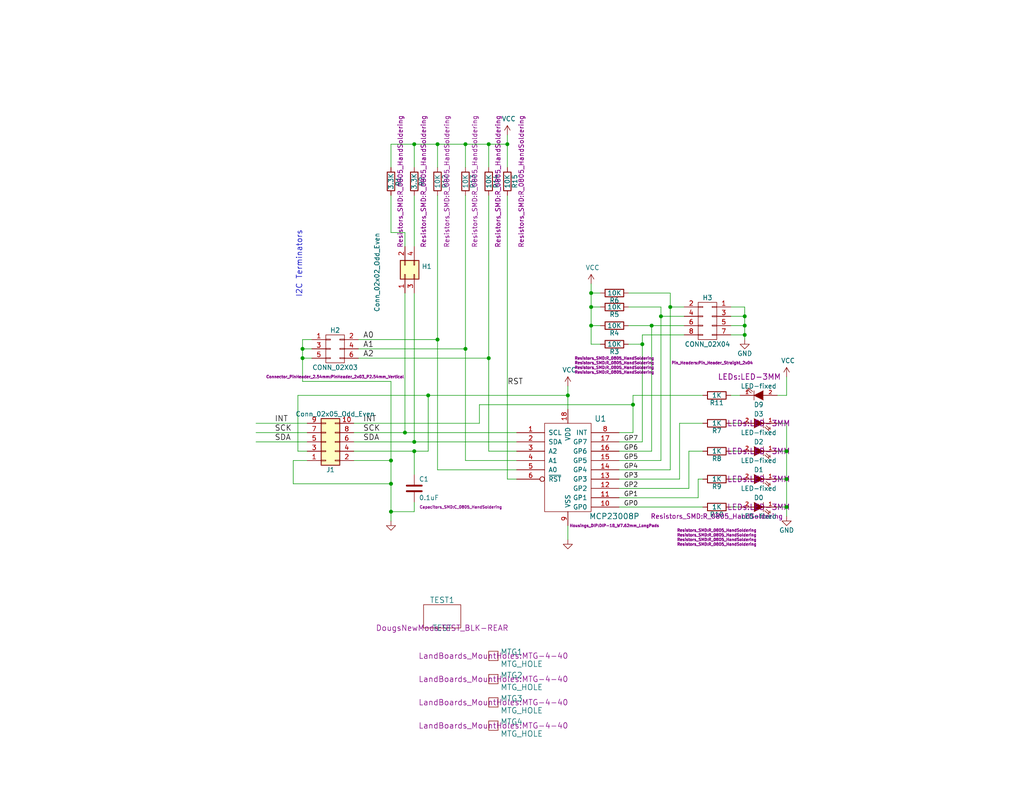
<source format=kicad_sch>
(kicad_sch (version 20211123) (generator eeschema)
  (paper "A")
  (title_block (title "8-Bit I2C I/O Card") (date "2022-05-16") (rev "3") (company "Land Boards LLC"))
  (lib_symbols
    (symbol "Connector_Generic:Conn_02x02_Odd_Even" (pin_names (offset 1.016) hide)
      (property "Reference" "J" (at 1.27 2.54 0))
      (property "Value" "Conn_02x02_Odd_Even" (at 1.27 -5.08 0))
      (symbol "Conn_02x02_Odd_Even_1_1"
        (rectangle (start -1.27 -2.413) (end 0 -2.667) (stroke (width 0.1524)))
        (rectangle (start -1.27 0.127) (end 0 -0.127) (stroke (width 0.1524)))
        (rectangle (start -1.27 1.27) (end 3.81 -3.81) (stroke (width 0.254)) (fill (type background)))
        (rectangle (start 3.81 -2.413) (end 2.54 -2.667) (stroke (width 0.1524)))
        (rectangle (start 3.81 0.127) (end 2.54 -0.127) (stroke (width 0.1524)))
        (pin passive line (at -5.08 0 0) (length 3.81) (name "Pin_1") (number "1"))
        (pin passive line (at 7.62 0 180) (length 3.81) (name "Pin_2") (number "2"))
        (pin passive line (at -5.08 -2.54 0) (length 3.81) (name "Pin_3") (number "3"))
        (pin passive line (at 7.62 -2.54 180) (length 3.81) (name "Pin_4") (number "4"))
      )
    )
    (symbol "Connector_Generic:Conn_02x05_Odd_Even" (pin_names (offset 1.016) hide)
      (property "Reference" "J" (at 1.27 7.62 0))
      (property "Value" "Conn_02x05_Odd_Even" (at 1.27 -7.62 0))
      (symbol "Conn_02x05_Odd_Even_1_1"
        (rectangle (start -1.27 -4.953) (end 0 -5.207) (stroke (width 0.1524)))
        (rectangle (start -1.27 -2.413) (end 0 -2.667) (stroke (width 0.1524)))
        (rectangle (start -1.27 0.127) (end 0 -0.127) (stroke (width 0.1524)))
        (rectangle (start -1.27 2.667) (end 0 2.413) (stroke (width 0.1524)))
        (rectangle (start -1.27 5.207) (end 0 4.953) (stroke (width 0.1524)))
        (rectangle (start -1.27 6.35) (end 3.81 -6.35) (stroke (width 0.254)) (fill (type background)))
        (rectangle (start 3.81 -4.953) (end 2.54 -5.207) (stroke (width 0.1524)))
        (rectangle (start 3.81 -2.413) (end 2.54 -2.667) (stroke (width 0.1524)))
        (rectangle (start 3.81 0.127) (end 2.54 -0.127) (stroke (width 0.1524)))
        (rectangle (start 3.81 2.667) (end 2.54 2.413) (stroke (width 0.1524)))
        (rectangle (start 3.81 5.207) (end 2.54 4.953) (stroke (width 0.1524)))
        (pin passive line (at -5.08 5.08 0) (length 3.81) (name "Pin_1") (number "1"))
        (pin passive line (at 7.62 -5.08 180) (length 3.81) (name "Pin_10") (number "10"))
        (pin passive line (at 7.62 5.08 180) (length 3.81) (name "Pin_2") (number "2"))
        (pin passive line (at -5.08 2.54 0) (length 3.81) (name "Pin_3") (number "3"))
        (pin passive line (at 7.62 2.54 180) (length 3.81) (name "Pin_4") (number "4"))
        (pin passive line (at -5.08 0 0) (length 3.81) (name "Pin_5") (number "5"))
        (pin passive line (at 7.62 0 180) (length 3.81) (name "Pin_6") (number "6"))
        (pin passive line (at -5.08 -2.54 0) (length 3.81) (name "Pin_7") (number "7"))
        (pin passive line (at 7.62 -2.54 180) (length 3.81) (name "Pin_8") (number "8"))
        (pin passive line (at -5.08 -5.08 0) (length 3.81) (name "Pin_9") (number "9"))
      )
    )
    (symbol "I2CIO-8-rescue:C" (pin_numbers hide) (pin_names (offset 0.254))
      (property "Reference" "C" (at 0.635 2.54 0))
      (property "Value" "C" (at 0.635 -2.54 0))
      (symbol "C_0_1"
        (polyline (pts (xy -2.032 -0.762) (xy 2.032 -0.762)) (stroke (width 0.508)))
        (polyline (pts (xy -2.032 0.762) (xy 2.032 0.762)) (stroke (width 0.508)))
      )
      (symbol "C_1_1"
        (pin passive line (at 0 3.81 270) (length 2.794) (name "~") (number "1"))
        (pin passive line (at 0 -3.81 90) (length 2.794) (name "~") (number "2"))
      )
    )
    (symbol "I2CIO-8-rescue:CONN_02X03" (pin_names (offset 0.0254) hide)
      (property "Reference" "P" (at 0 5.08 0))
      (property "Value" "CONN_02X03" (at 0 -5.08 0))
      (symbol "CONN_02X03_0_1"
        (rectangle (start -2.54 -2.413) (end -1.27 -2.667))
        (rectangle (start -2.54 0.127) (end -1.27 -0.127))
        (rectangle (start -2.54 2.667) (end -1.27 2.413))
        (rectangle (start -2.54 3.81) (end 2.54 -3.81))
        (rectangle (start 1.27 -2.413) (end 2.54 -2.667))
        (rectangle (start 1.27 0.127) (end 2.54 -0.127))
        (rectangle (start 1.27 2.667) (end 2.54 2.413))
      )
      (symbol "CONN_02X03_1_1"
        (pin passive line (at -6.35 2.54 0) (length 3.81) (name "P1") (number "1"))
        (pin passive line (at 6.35 2.54 180) (length 3.81) (name "P2") (number "2"))
        (pin passive line (at -6.35 0 0) (length 3.81) (name "P3") (number "3"))
        (pin passive line (at 6.35 0 180) (length 3.81) (name "P4") (number "4"))
        (pin passive line (at -6.35 -2.54 0) (length 3.81) (name "P5") (number "5"))
        (pin passive line (at 6.35 -2.54 180) (length 3.81) (name "P6") (number "6"))
      )
    )
    (symbol "I2CIO-8-rescue:CONN_02X04" (pin_names (offset 0.0254) hide)
      (property "Reference" "P" (at 0 6.35 0))
      (property "Value" "CONN_02X04" (at 0 -6.35 0))
      (symbol "CONN_02X04_0_1"
        (rectangle (start -2.54 -3.683) (end -1.27 -3.937))
        (rectangle (start -2.54 -1.143) (end -1.27 -1.397))
        (rectangle (start -2.54 1.397) (end -1.27 1.143))
        (rectangle (start -2.54 3.937) (end -1.27 3.683))
        (rectangle (start -2.54 5.08) (end 2.54 -5.08))
        (rectangle (start 1.27 -3.683) (end 2.54 -3.937))
        (rectangle (start 1.27 -1.143) (end 2.54 -1.397))
        (rectangle (start 1.27 1.397) (end 2.54 1.143))
        (rectangle (start 1.27 3.937) (end 2.54 3.683))
      )
      (symbol "CONN_02X04_1_1"
        (pin passive line (at -6.35 3.81 0) (length 3.81) (name "P1") (number "1"))
        (pin passive line (at 6.35 3.81 180) (length 3.81) (name "P2") (number "2"))
        (pin passive line (at -6.35 1.27 0) (length 3.81) (name "P3") (number "3"))
        (pin passive line (at 6.35 1.27 180) (length 3.81) (name "P4") (number "4"))
        (pin passive line (at -6.35 -1.27 0) (length 3.81) (name "P5") (number "5"))
        (pin passive line (at 6.35 -1.27 180) (length 3.81) (name "P6") (number "6"))
        (pin passive line (at -6.35 -3.81 0) (length 3.81) (name "P7") (number "7"))
        (pin passive line (at 6.35 -3.81 180) (length 3.81) (name "P8") (number "8"))
      )
    )
    (symbol "I2CIO-8-rescue:COUPON" (pin_names (offset 1.016))
      (property "Reference" "COUP?" (at 0 0 0))
      (property "Value" "COUPON" (at 0 0 0))
      (symbol "COUPON_0_1"
        (rectangle (start -5.08 0) (end 5.08 6.35))
      )
    )
    (symbol "I2CIO-8-rescue:GND" (power) (pin_names (offset 0))
      (property "Value" "GND" (at 0 -3.81 0))
      (symbol "GND_0_1"
        (polyline (pts (xy 0 0) (xy 0 -1.27) (xy 1.27 -1.27) (xy 0 -2.54) (xy -1.27 -1.27) (xy 0 -1.27)))
      )
      (symbol "GND_1_1"
        (pin power_in line (at 0 0 270) (length 0) hide (name "GND") (number "1"))
      )
    )
    (symbol "I2CIO-8-rescue:LED-fixed" (pin_names (offset 1.016) hide)
      (property "Reference" "D" (at 0 2.54 0))
      (property "Value" "LED-fixed" (at 0 -2.54 0))
      (symbol "LED-fixed_0_1"
        (polyline (pts (xy 1.27 1.27) (xy 1.27 -1.27)))
        (polyline (pts (xy -1.27 1.27) (xy 1.27 0) (xy -1.27 -1.27)) (fill (type outline)))
        (polyline (pts (xy 1.651 -1.016) (xy 2.794 -2.032) (xy 2.667 -1.397)))
        (polyline (pts (xy 2.032 -0.635) (xy 3.175 -1.651) (xy 3.048 -1.016)))
      )
      (symbol "LED-fixed_1_1"
        (pin passive line (at 5.08 0 180) (length 3.81) (name "K") (number "1"))
        (pin passive line (at -5.08 0 0) (length 3.81) (name "A") (number "2"))
      )
    )
    (symbol "I2CIO-8-rescue:MCP23008P" (pin_names (offset 1.016))
      (property "Reference" "U" (at 7.62 25.4 0))
      (property "Value" "MCP23008P" (at 11.43 -1.27 0))
      (symbol "MCP23008P_0_1"
        (rectangle (start -7.62 0) (end 5.08 24.13))
      )
      (symbol "MCP23008P_1_1"
        (pin input line (at -15.24 21.59 0) (length 7.62) (name "SCL") (number "1"))
        (pin output line (at 12.7 1.27 180) (length 7.62) (name "GP0") (number "10"))
        (pin output line (at 12.7 3.81 180) (length 7.62) (name "GP1") (number "11"))
        (pin output line (at 12.7 6.35 180) (length 7.62) (name "GP2") (number "12"))
        (pin output line (at 12.7 8.89 180) (length 7.62) (name "GP3") (number "13"))
        (pin output line (at 12.7 11.43 180) (length 7.62) (name "GP4") (number "14"))
        (pin output line (at 12.7 13.97 180) (length 7.62) (name "GP5") (number "15"))
        (pin output line (at 12.7 16.51 180) (length 7.62) (name "GP6") (number "16"))
        (pin bidirectional line (at 12.7 19.05 180) (length 7.62) (name "GP7") (number "17"))
        (pin power_in line (at -1.27 27.94 270) (length 3.81) (name "VDD") (number "18"))
        (pin input line (at -15.24 19.05 0) (length 7.62) (name "SDA") (number "2"))
        (pin input line (at -15.24 16.51 0) (length 7.62) (name "A2") (number "3"))
        (pin input line (at -15.24 13.97 0) (length 7.62) (name "A1") (number "4"))
        (pin input line (at -15.24 11.43 0) (length 7.62) (name "A0") (number "5"))
        (pin input inverted (at -15.24 8.89 0) (length 7.62) (name "~{RST}") (number "6"))
        (pin output line (at 12.7 21.59 180) (length 7.62) (name "INT") (number "8"))
        (pin power_in line (at -1.27 -3.81 90) (length 3.81) (name "VSS") (number "9"))
      )
    )
    (symbol "I2CIO-8-rescue:R" (pin_numbers hide) (pin_names (offset 0))
      (property "Reference" "R" (at 2.032 0 90))
      (property "Value" "R" (at 0 0 90))
      (symbol "R_0_1"
        (rectangle (start -1.016 -2.54) (end 1.016 2.54) (stroke (width 0.254)))
      )
      (symbol "R_1_1"
        (pin passive line (at 0 3.81 270) (length 1.27) (name "~") (number "1"))
        (pin passive line (at 0 -3.81 90) (length 1.27) (name "~") (number "2"))
      )
    )
    (symbol "LandBoards:MTG_HOLE" (pin_names (offset 1.016))
      (property "Reference" "MTG?" (at 0 2.54 0))
      (property "Value" "MTG_HOLE" (at 0 -2.54 0))
      (symbol "MTG_HOLE_0_1"
        (rectangle (start -1.27 -1.27) (end 1.27 -1.27))
        (rectangle (start -1.27 1.27) (end -1.27 -1.27))
        (rectangle (start 1.27 1.27) (end -1.27 1.27))
        (rectangle (start 1.27 1.27) (end 1.27 -1.27))
      )
    )
    (symbol "power:VCC" (power) (pin_names (offset 0))
      (property "Value" "VCC" (at 0 3.81 0))
      (symbol "VCC_0_1"
        (polyline (pts (xy -0.762 1.27) (xy 0 2.54)))
        (polyline (pts (xy 0 0) (xy 0 2.54)))
        (polyline (pts (xy 0 2.54) (xy 0.762 1.27)))
      )
      (symbol "VCC_1_1"
        (pin power_in line (at 0 0 90) (length 0) hide (name "VCC") (number "1"))
      )
    )
  )
  (junction (at 138.43 39.37))
  (junction (at 203.2 88.9))
  (junction (at 203.2 86.36))
  (junction (at 161.29 88.9))
  (junction (at 214.63 138.43))
  (junction (at 106.68 139.7))
  (junction (at 177.8 88.9))
  (junction (at 214.63 130.81))
  (junction (at 182.88 83.82))
  (junction (at 154.94 107.95))
  (junction (at 133.35 39.37))
  (junction (at 113.03 123.19))
  (junction (at 175.26 93.98))
  (junction (at 82.55 95.25))
  (junction (at 127 95.25))
  (junction (at 119.38 39.37))
  (junction (at 127 39.37))
  (junction (at 203.2 91.44))
  (junction (at 161.29 80.01))
  (junction (at 106.68 132.08))
  (junction (at 161.29 83.82))
  (junction (at 133.35 97.79))
  (junction (at 113.03 120.65))
  (junction (at 214.63 123.19))
  (junction (at 172.72 110.49))
  (junction (at 110.49 118.11))
  (junction (at 113.03 39.37))
  (junction (at 116.84 107.95))
  (junction (at 119.38 92.71))
  (junction (at 106.68 125.73))
  (junction (at 82.55 97.79))
  (junction (at 180.34 86.36))
  (wire (pts (xy 113.03 123.19) (xy 113.03 129.54)))
  (wire (pts (xy 203.2 91.44) (xy 203.2 92.71)))
  (wire (pts (xy 180.34 83.82) (xy 171.45 83.82)))
  (wire (pts (xy 138.43 36.83) (xy 138.43 39.37)))
  (wire (pts (xy 69.85 120.65) (xy 83.82 120.65)))
  (wire (pts (xy 190.5 135.89) (xy 190.5 130.81)))
  (wire (pts (xy 199.39 83.82) (xy 203.2 83.82)))
  (wire (pts (xy 116.84 123.19) (xy 116.84 107.95)))
  (wire (pts (xy 161.29 83.82) (xy 163.83 83.82)))
  (wire (pts (xy 175.26 93.98) (xy 175.26 120.65)))
  (wire (pts (xy 96.52 120.65) (xy 113.03 120.65)))
  (wire (pts (xy 154.94 105.41) (xy 154.94 107.95)))
  (wire (pts (xy 172.72 118.11) (xy 168.91 118.11)))
  (wire (pts (xy 106.68 39.37) (xy 106.68 45.72)))
  (wire (pts (xy 96.52 125.73) (xy 106.68 125.73)))
  (wire (pts (xy 127 125.73) (xy 140.97 125.73)))
  (wire (pts (xy 127 39.37) (xy 127 45.72)))
  (wire (pts (xy 161.29 88.9) (xy 163.83 88.9)))
  (wire (pts (xy 80.01 132.08) (xy 80.01 125.73)))
  (wire (pts (xy 113.03 120.65) (xy 140.97 120.65)))
  (wire (pts (xy 177.8 88.9) (xy 186.69 88.9)))
  (wire (pts (xy 82.55 95.25) (xy 82.55 97.79)))
  (wire (pts (xy 69.85 115.57) (xy 83.82 115.57)))
  (wire (pts (xy 138.43 130.81) (xy 140.97 130.81)))
  (wire (pts (xy 106.68 132.08) (xy 106.68 139.7)))
  (wire (pts (xy 97.79 97.79) (xy 133.35 97.79)))
  (wire (pts (xy 130.81 115.57) (xy 96.52 115.57)))
  (wire (pts (xy 171.45 93.98) (xy 175.26 93.98)))
  (wire (pts (xy 113.03 80.01) (xy 113.03 120.65)))
  (wire (pts (xy 199.39 130.81) (xy 201.93 130.81)))
  (wire (pts (xy 138.43 39.37) (xy 138.43 45.72)))
  (wire (pts (xy 163.83 80.01) (xy 161.29 80.01)))
  (wire (pts (xy 82.55 92.71) (xy 82.55 95.25)))
  (wire (pts (xy 85.09 97.79) (xy 82.55 97.79)))
  (wire (pts (xy 106.68 53.34) (xy 106.68 63.5)))
  (wire (pts (xy 161.29 77.47) (xy 161.29 80.01)))
  (wire (pts (xy 172.72 110.49) (xy 172.72 118.11)))
  (wire (pts (xy 119.38 128.27) (xy 140.97 128.27)))
  (wire (pts (xy 214.63 130.81) (xy 214.63 138.43)))
  (wire (pts (xy 199.39 91.44) (xy 203.2 91.44)))
  (wire (pts (xy 199.39 123.19) (xy 201.93 123.19)))
  (wire (pts (xy 168.91 135.89) (xy 190.5 135.89)))
  (wire (pts (xy 106.68 39.37) (xy 113.03 39.37)))
  (wire (pts (xy 168.91 130.81) (xy 185.42 130.81)))
  (wire (pts (xy 113.03 39.37) (xy 119.38 39.37)))
  (wire (pts (xy 161.29 80.01) (xy 161.29 83.82)))
  (wire (pts (xy 119.38 39.37) (xy 119.38 45.72)))
  (wire (pts (xy 96.52 118.11) (xy 110.49 118.11)))
  (wire (pts (xy 113.03 137.16) (xy 113.03 139.7)))
  (wire (pts (xy 133.35 53.34) (xy 133.35 97.79)))
  (wire (pts (xy 69.85 118.11) (xy 83.82 118.11)))
  (wire (pts (xy 214.63 123.19) (xy 214.63 130.81)))
  (wire (pts (xy 96.52 123.19) (xy 113.03 123.19)))
  (wire (pts (xy 182.88 83.82) (xy 182.88 128.27)))
  (wire (pts (xy 97.79 92.71) (xy 119.38 92.71)))
  (wire (pts (xy 180.34 86.36) (xy 180.34 125.73)))
  (wire (pts (xy 97.79 95.25) (xy 127 95.25)))
  (wire (pts (xy 199.39 88.9) (xy 203.2 88.9)))
  (wire (pts (xy 127 95.25) (xy 127 125.73)))
  (wire (pts (xy 175.26 91.44) (xy 175.26 93.98)))
  (wire (pts (xy 106.68 125.73) (xy 106.68 132.08)))
  (wire (pts (xy 154.94 143.51) (xy 154.94 147.32)))
  (wire (pts (xy 190.5 130.81) (xy 191.77 130.81)))
  (wire (pts (xy 182.88 83.82) (xy 186.69 83.82)))
  (wire (pts (xy 119.38 92.71) (xy 119.38 128.27)))
  (wire (pts (xy 180.34 83.82) (xy 180.34 86.36)))
  (wire (pts (xy 161.29 93.98) (xy 163.83 93.98)))
  (wire (pts (xy 106.68 104.14) (xy 106.68 125.73)))
  (wire (pts (xy 110.49 63.5) (xy 110.49 67.31)))
  (wire (pts (xy 187.96 123.19) (xy 191.77 123.19)))
  (wire (pts (xy 185.42 115.57) (xy 191.77 115.57)))
  (wire (pts (xy 106.68 139.7) (xy 106.68 142.24)))
  (wire (pts (xy 214.63 115.57) (xy 212.09 115.57)))
  (wire (pts (xy 214.63 107.95) (xy 212.09 107.95)))
  (wire (pts (xy 199.39 138.43) (xy 201.93 138.43)))
  (wire (pts (xy 187.96 133.35) (xy 187.96 123.19)))
  (wire (pts (xy 82.55 92.71) (xy 85.09 92.71)))
  (wire (pts (xy 199.39 86.36) (xy 203.2 86.36)))
  (wire (pts (xy 182.88 80.01) (xy 182.88 83.82)))
  (wire (pts (xy 199.39 115.57) (xy 201.93 115.57)))
  (wire (pts (xy 175.26 91.44) (xy 186.69 91.44)))
  (wire (pts (xy 81.28 107.95) (xy 116.84 107.95)))
  (wire (pts (xy 127 39.37) (xy 133.35 39.37)))
  (wire (pts (xy 161.29 83.82) (xy 161.29 88.9)))
  (wire (pts (xy 80.01 125.73) (xy 83.82 125.73)))
  (wire (pts (xy 168.91 138.43) (xy 191.77 138.43)))
  (wire (pts (xy 110.49 80.01) (xy 110.49 118.11)))
  (wire (pts (xy 214.63 123.19) (xy 212.09 123.19)))
  (wire (pts (xy 186.69 86.36) (xy 180.34 86.36)))
  (wire (pts (xy 168.91 133.35) (xy 187.96 133.35)))
  (wire (pts (xy 175.26 120.65) (xy 168.91 120.65)))
  (wire (pts (xy 214.63 102.87) (xy 214.63 107.95)))
  (wire (pts (xy 214.63 138.43) (xy 212.09 138.43)))
  (wire (pts (xy 133.35 123.19) (xy 140.97 123.19)))
  (wire (pts (xy 182.88 128.27) (xy 168.91 128.27)))
  (wire (pts (xy 133.35 39.37) (xy 138.43 39.37)))
  (wire (pts (xy 203.2 86.36) (xy 203.2 88.9)))
  (wire (pts (xy 85.09 95.25) (xy 82.55 95.25)))
  (wire (pts (xy 80.01 132.08) (xy 106.68 132.08)))
  (wire (pts (xy 113.03 139.7) (xy 106.68 139.7)))
  (wire (pts (xy 203.2 88.9) (xy 203.2 91.44)))
  (wire (pts (xy 110.49 118.11) (xy 140.97 118.11)))
  (wire (pts (xy 177.8 88.9) (xy 177.8 123.19)))
  (wire (pts (xy 172.72 107.95) (xy 191.77 107.95)))
  (wire (pts (xy 214.63 115.57) (xy 214.63 123.19)))
  (wire (pts (xy 171.45 88.9) (xy 177.8 88.9)))
  (wire (pts (xy 113.03 123.19) (xy 116.84 123.19)))
  (wire (pts (xy 185.42 130.81) (xy 185.42 115.57)))
  (wire (pts (xy 172.72 110.49) (xy 130.81 110.49)))
  (wire (pts (xy 180.34 125.73) (xy 168.91 125.73)))
  (wire (pts (xy 138.43 53.34) (xy 138.43 130.81)))
  (wire (pts (xy 119.38 39.37) (xy 127 39.37)))
  (wire (pts (xy 133.35 97.79) (xy 133.35 123.19)))
  (wire (pts (xy 154.94 107.95) (xy 154.94 111.76)))
  (wire (pts (xy 82.55 104.14) (xy 106.68 104.14)))
  (wire (pts (xy 82.55 97.79) (xy 82.55 104.14)))
  (wire (pts (xy 127 53.34) (xy 127 95.25)))
  (wire (pts (xy 106.68 63.5) (xy 110.49 63.5)))
  (wire (pts (xy 83.82 123.19) (xy 81.28 123.19)))
  (wire (pts (xy 177.8 123.19) (xy 168.91 123.19)))
  (wire (pts (xy 171.45 80.01) (xy 182.88 80.01)))
  (wire (pts (xy 161.29 88.9) (xy 161.29 93.98)))
  (wire (pts (xy 214.63 130.81) (xy 212.09 130.81)))
  (wire (pts (xy 199.39 107.95) (xy 201.93 107.95)))
  (wire (pts (xy 81.28 123.19) (xy 81.28 107.95)))
  (wire (pts (xy 130.81 110.49) (xy 130.81 115.57)))
  (wire (pts (xy 172.72 107.95) (xy 172.72 110.49)))
  (wire (pts (xy 116.84 107.95) (xy 154.94 107.95)))
  (wire (pts (xy 113.03 67.31) (xy 113.03 53.34)))
  (wire (pts (xy 113.03 45.72) (xy 113.03 39.37)))
  (wire (pts (xy 203.2 83.82) (xy 203.2 86.36)))
  (wire (pts (xy 214.63 138.43) (xy 214.63 140.97)))
  (wire (pts (xy 119.38 53.34) (xy 119.38 92.71)))
  (wire (pts (xy 133.35 39.37) (xy 133.35 45.72)))
  (text "I2C Terminators" (at 82.55 81.28 90) (effects (font (size 1.524 1.524)) (justify left bottom)))
  (label "GP6" (at 170.18 123.19 0))
  (label "SDA" (at 99.06 120.65 0) (effects (font (size 1.524 1.524))))
  (label "RST" (at 138.43 105.41 0) (effects (font (size 1.524 1.524))))
  (label "GP2" (at 170.18 133.35 0))
  (label "GP7" (at 170.18 120.65 0))
  (label "A0" (at 99.06 92.71 0) (effects (font (size 1.524 1.524))))
  (label "GP4" (at 170.18 128.27 0))
  (label "A2" (at 99.06 97.79 0) (effects (font (size 1.524 1.524))))
  (label "SDA" (at 74.93 120.65 0) (effects (font (size 1.524 1.524))))
  (label "GP0" (at 170.18 138.43 0))
  (label "INT" (at 74.93 115.57 0) (effects (font (size 1.524 1.524))))
  (label "SCK" (at 74.93 118.11 0) (effects (font (size 1.524 1.524))))
  (label "INT" (at 99.06 115.57 0) (effects (font (size 1.524 1.524))))
  (label "GP3" (at 170.18 130.81 0))
  (label "GP5" (at 170.18 125.73 0))
  (label "GP1" (at 170.18 135.89 0))
  (label "A1" (at 99.06 95.25 0) (effects (font (size 1.524 1.524))))
  (label "SCK" (at 99.06 118.11 0) (effects (font (size 1.524 1.524))))
  (symbol (lib_id "I2CIO-8-rescue:MCP23008P") (at 156.21 139.7 0) (unit 1)
    (property "Reference" "U1" (at 163.83 114.3 0) (effects (font (size 1.524 1.524))))
    (property "Value" "MCP23008P" (at 167.64 140.97 0) (effects (font (size 1.524 1.524))))
    (property "Footprint" "Housings_DIP:DIP-18_W7.62mm_LongPads" (at 167.64 143.51 0) (effects (font (size 0.762 0.762))))
  )
  (symbol (lib_id "I2CIO-8-rescue:GND") (at 106.68 142.24 0) (unit 1)
    (property "Reference" "#PWR04" (effects hide))
    (property "Value" "GND" (effects hide))
  )
  (symbol (lib_id "I2CIO-8-rescue:R") (at 119.38 49.53 0) (unit 1)
    (property "Reference" "R12" (at 121.412 49.53 90))
    (property "Value" "10K" (at 119.38 49.53 90))
    (property "Footprint" "Resistors_SMD:R_0805_HandSoldering" (at 121.92 49.53 90))
  )
  (symbol (lib_id "I2CIO-8-rescue:R") (at 127 49.53 0) (unit 1)
    (property "Reference" "R13" (at 129.032 49.53 90))
    (property "Value" "10K" (at 127 49.53 90))
    (property "Footprint" "Resistors_SMD:R_0805_HandSoldering" (at 129.54 49.53 90))
  )
  (symbol (lib_id "I2CIO-8-rescue:R") (at 133.35 49.53 0) (unit 1)
    (property "Reference" "R14" (at 135.382 49.53 90))
    (property "Value" "10K" (at 133.35 49.53 90))
    (property "Footprint" "Resistors_SMD:R_0805_HandSoldering" (at 135.89 49.53 90))
  )
  (symbol (lib_id "I2CIO-8-rescue:R") (at 138.43 49.53 0) (unit 1)
    (property "Reference" "R15" (at 140.462 49.53 90))
    (property "Value" "10K" (at 138.43 49.53 90))
    (property "Footprint" "Resistors_SMD:R_0805_HandSoldering" (at 142.24 49.53 90))
  )
  (symbol (lib_id "I2CIO-8-rescue:GND") (at 154.94 147.32 0) (unit 1)
    (property "Reference" "#PWR01" (effects hide))
    (property "Value" "GND" (effects hide))
  )
  (symbol (lib_id "I2CIO-8-rescue:R") (at 113.03 49.53 0) (unit 1)
    (property "Reference" "R2" (at 115.062 49.53 90))
    (property "Value" "3.3K" (at 113.03 49.53 90))
    (property "Footprint" "Resistors_SMD:R_0805_HandSoldering" (at 115.57 49.53 90))
  )
  (symbol (lib_id "I2CIO-8-rescue:R") (at 106.68 49.53 0) (unit 1)
    (property "Reference" "R1" (at 108.712 49.53 90))
    (property "Value" "3.3K" (at 106.68 49.53 90))
    (property "Footprint" "Resistors_SMD:R_0805_HandSoldering" (at 109.22 49.53 90))
  )
  (symbol (lib_id "I2CIO-8-rescue:C") (at 113.03 133.35 0) (unit 1)
    (property "Reference" "C1" (at 114.3 130.81 0) (effects (justify left)))
    (property "Value" "0.1uF" (at 114.3 135.89 0) (effects (justify left)))
    (property "Footprint" "Capacitors_SMD:C_0805_HandSoldering" (at 125.73 138.43 0) (effects (font (size 0.762 0.762))))
  )
  (symbol (lib_id "I2CIO-8-rescue:R") (at 167.64 93.98 270) (unit 1)
    (property "Reference" "R3" (at 167.64 96.012 90))
    (property "Value" "10K" (at 167.64 93.98 90))
    (property "Footprint" "Resistors_SMD:R_0805_HandSoldering" (at 167.64 101.6 90) (effects (font (size 0.762 0.762))))
  )
  (symbol (lib_id "I2CIO-8-rescue:R") (at 167.64 88.9 270) (unit 1)
    (property "Reference" "R4" (at 167.64 90.932 90))
    (property "Value" "10K" (at 167.64 88.9 90))
    (property "Footprint" "Resistors_SMD:R_0805_HandSoldering" (at 167.64 100.33 90) (effects (font (size 0.762 0.762))))
  )
  (symbol (lib_id "I2CIO-8-rescue:R") (at 167.64 83.82 270) (unit 1)
    (property "Reference" "R5" (at 167.64 85.852 90))
    (property "Value" "10K" (at 167.64 83.82 90))
    (property "Footprint" "Resistors_SMD:R_0805_HandSoldering" (at 167.64 99.06 90) (effects (font (size 0.762 0.762))))
  )
  (symbol (lib_id "I2CIO-8-rescue:R") (at 167.64 80.01 270) (unit 1)
    (property "Reference" "R6" (at 167.64 82.042 90))
    (property "Value" "10K" (at 167.64 80.01 90))
    (property "Footprint" "Resistors_SMD:R_0805_HandSoldering" (at 167.64 97.79 90) (effects (font (size 0.762 0.762))))
  )
  (symbol (lib_id "I2CIO-8-rescue:R") (at 195.58 115.57 270) (unit 1)
    (property "Reference" "R7" (at 195.58 117.602 90))
    (property "Value" "1K" (at 195.58 115.57 90))
    (property "Footprint" "Resistors_SMD:R_0805_HandSoldering" (at 195.58 146.05 90) (effects (font (size 0.762 0.762))))
  )
  (symbol (lib_id "I2CIO-8-rescue:R") (at 195.58 123.19 270) (unit 1)
    (property "Reference" "R8" (at 195.58 125.222 90))
    (property "Value" "1K" (at 195.58 123.19 90))
    (property "Footprint" "Resistors_SMD:R_0805_HandSoldering" (at 195.58 147.32 90) (effects (font (size 0.762 0.762))))
  )
  (symbol (lib_id "I2CIO-8-rescue:R") (at 195.58 130.81 270) (unit 1)
    (property "Reference" "R9" (at 195.58 132.842 90))
    (property "Value" "1K" (at 195.58 130.81 90))
    (property "Footprint" "Resistors_SMD:R_0805_HandSoldering" (at 195.58 148.59 90) (effects (font (size 0.762 0.762))))
  )
  (symbol (lib_id "I2CIO-8-rescue:R") (at 195.58 138.43 270) (unit 1)
    (property "Reference" "R10" (at 195.58 140.462 90))
    (property "Value" "1K" (at 195.58 138.43 90))
    (property "Footprint" "Resistors_SMD:R_0805_HandSoldering" (at 195.58 140.97 90))
  )
  (symbol (lib_id "I2CIO-8-rescue:R") (at 195.58 107.95 270) (unit 1)
    (property "Reference" "R11" (at 195.58 109.982 90))
    (property "Value" "1K" (at 195.58 107.95 90))
    (property "Footprint" "Resistors_SMD:R_0805_HandSoldering" (at 195.58 144.78 90) (effects (font (size 0.762 0.762))))
  )
  (symbol (lib_id "I2CIO-8-rescue:GND") (at 214.63 140.97 0) (unit 1)
    (property "Reference" "#PWR05" (effects hide))
    (property "Value" "GND" (at 214.63 144.78 0))
  )
  (symbol (lib_id "I2CIO-8-rescue:COUPON") (at 120.65 171.45 0) (unit 1)
    (property "Reference" "TEST1" (at 120.65 163.83 0) (effects (font (size 1.524 1.524))))
    (property "Value" "TEST" (at 120.65 171.45 0) (effects (font (size 1.524 1.524))))
    (property "Footprint" "DougsNewMods:TEST_BLK-REAR" (at 120.65 171.45 0) (effects (font (size 1.524 1.524))))
  )
  (symbol (lib_id "I2CIO-8-rescue:CONN_02X04") (at 193.04 87.63 0) (mirror y) (unit 1)
    (property "Reference" "H3" (at 193.04 81.28 0))
    (property "Value" "CONN_02X04" (at 193.04 93.98 0))
    (property "Footprint" "Pin_Headers:Pin_Header_Straight_2x04" (at 194.31 99.06 0) (effects (font (size 0.762 0.762))))
  )
  (symbol (lib_id "I2CIO-8-rescue:GND") (at 203.2 92.71 0) (unit 1)
    (property "Reference" "#PWR07" (effects hide))
    (property "Value" "GND" (at 203.2 96.52 0))
  )
  (symbol (lib_id "I2CIO-8-rescue:CONN_02X03") (at 91.44 95.25 0) (unit 1)
    (property "Reference" "H2" (at 91.44 90.17 0))
    (property "Value" "CONN_02X03" (at 91.44 100.33 0))
    (property "Footprint" "Connector_PinHeader_2.54mm:PinHeader_2x03_P2.54mm_Vertical" (at 91.44 102.87 0) (effects (font (size 0.762 0.762))))
  )
  (symbol (lib_id "I2CIO-8-rescue:LED-fixed") (at 207.01 138.43 0) (unit 1)
    (property "Reference" "D0" (at 207.01 135.89 0))
    (property "Value" "LED-fixed" (at 207.01 140.97 0))
    (property "Footprint" "LEDs:LED-3MM" (at 207.01 138.43 0) (effects (font (size 1.524 1.524))))
  )
  (symbol (lib_id "I2CIO-8-rescue:LED-fixed") (at 207.01 130.81 0) (unit 1)
    (property "Reference" "D1" (at 207.01 128.27 0))
    (property "Value" "LED-fixed" (at 207.01 133.35 0))
    (property "Footprint" "LEDs:LED-3MM" (at 207.01 130.81 0) (effects (font (size 1.524 1.524))))
  )
  (symbol (lib_id "I2CIO-8-rescue:LED-fixed") (at 207.01 123.19 0) (unit 1)
    (property "Reference" "D2" (at 207.01 120.65 0))
    (property "Value" "LED-fixed" (at 207.01 125.73 0))
    (property "Footprint" "LEDs:LED-3MM" (at 207.01 123.19 0) (effects (font (size 1.524 1.524))))
  )
  (symbol (lib_id "I2CIO-8-rescue:LED-fixed") (at 207.01 115.57 0) (unit 1)
    (property "Reference" "D3" (at 207.01 113.03 0))
    (property "Value" "LED-fixed" (at 207.01 118.11 0))
    (property "Footprint" "LEDs:LED-3MM" (at 207.01 115.57 0) (effects (font (size 1.524 1.524))))
  )
  (symbol (lib_id "I2CIO-8-rescue:LED-fixed") (at 207.01 107.95 180) (unit 1)
    (property "Reference" "D9" (at 207.01 110.49 0))
    (property "Value" "LED-fixed" (at 207.01 105.41 0))
    (property "Footprint" "LEDs:LED-3MM" (at 204.47 102.87 0) (effects (font (size 1.524 1.524))))
  )
  (symbol (lib_id "power:VCC") (at 154.94 105.41 0) (unit 1)
    (property "Reference" "#PWR0101" (effects hide))
    (property "Value" "VCC" (at 155.321 101.0158 0))
  )
  (symbol (lib_id "power:VCC") (at 138.43 36.83 0) (unit 1)
    (property "Reference" "#PWR0103" (effects hide))
    (property "Value" "VCC" (at 138.811 32.4358 0))
  )
  (symbol (lib_id "power:VCC") (at 161.29 77.47 0) (unit 1)
    (property "Reference" "#PWR0102" (effects hide))
    (property "Value" "VCC" (at 161.671 73.0758 0))
  )
  (symbol (lib_id "LandBoards:MTG_HOLE") (at 134.62 185.42 0) (unit 1)
    (property "Reference" "MTG2" (at 136.525 184.3553 0) (effects (font (size 1.524 1.524)) (justify left)))
    (property "Value" "MTG_HOLE" (at 136.525 187.6343 0) (effects (font (size 1.524 1.524)) (justify left)))
    (property "Footprint" "LandBoards_MountHoles:MTG-4-40" (at 134.62 185.42 0) (effects (font (size 1.524 1.524))))
  )
  (symbol (lib_id "Connector_Generic:Conn_02x05_Odd_Even") (at 88.9 120.65 0) (mirror x) (unit 1)
    (property "Reference" "J1" (at 90.17 128.27 0))
    (property "Value" "Conn_02x05_Odd_Even" (at 91.44 113.03 0))
    (property "Footprint" "Connector_PinHeader_2.54mm:PinHeader_2x05_P2.54mm_Horizontal" (effects hide))
  )
  (symbol (lib_id "LandBoards:MTG_HOLE") (at 134.62 191.77 0) (unit 1)
    (property "Reference" "MTG3" (at 136.525 190.7053 0) (effects (font (size 1.524 1.524)) (justify left)))
    (property "Value" "MTG_HOLE" (at 136.525 193.9843 0) (effects (font (size 1.524 1.524)) (justify left)))
    (property "Footprint" "LandBoards_MountHoles:MTG-4-40" (at 134.62 191.77 0) (effects (font (size 1.524 1.524))))
  )
  (symbol (lib_id "power:VCC") (at 214.63 102.87 0) (unit 1)
    (property "Reference" "#PWR0104" (effects hide))
    (property "Value" "VCC" (at 215.011 98.4758 0))
  )
  (symbol (lib_id "Connector_Generic:Conn_02x02_Odd_Even") (at 110.49 74.93 90) (unit 1)
    (property "Reference" "H1" (at 115.062 72.7515 90) (effects (justify right)))
    (property "Value" "Conn_02x02_Odd_Even" (at 102.87 63.5 0) (effects (justify right)))
    (property "Footprint" "Connector_PinHeader_2.54mm:PinHeader_2x02_P2.54mm_Vertical" (effects hide))
  )
  (symbol (lib_id "LandBoards:MTG_HOLE") (at 134.62 198.12 0) (unit 1)
    (property "Reference" "MTG4" (at 136.525 197.0553 0) (effects (font (size 1.524 1.524)) (justify left)))
    (property "Value" "MTG_HOLE" (at 136.525 200.3343 0) (effects (font (size 1.524 1.524)) (justify left)))
    (property "Footprint" "LandBoards_MountHoles:MTG-4-40" (at 134.62 198.12 0) (effects (font (size 1.524 1.524))))
  )
  (symbol (lib_id "LandBoards:MTG_HOLE") (at 134.62 179.07 0) (unit 1)
    (property "Reference" "MTG1" (at 136.525 178.0053 0) (effects (font (size 1.524 1.524)) (justify left)))
    (property "Value" "MTG_HOLE" (at 136.525 181.2843 0) (effects (font (size 1.524 1.524)) (justify left)))
    (property "Footprint" "LandBoards_MountHoles:MTG-4-40" (at 134.62 179.07 0) (effects (font (size 1.524 1.524))))
  )
)
</source>
